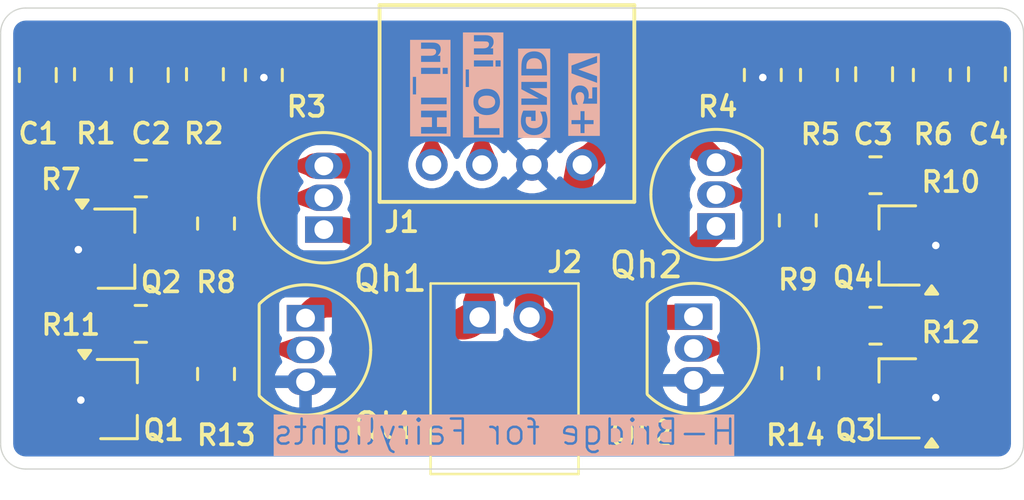
<source format=kicad_pcb>
(kicad_pcb (version 20241229) (generator "pcbnew") (generator_version "9.0")
  (layers (0 "F.Cu" signal) (2 "B.Cu" signal) (13 "F.Paste" user) (15 "B.Paste" user) (5 "F.SilkS" user "F.Silkscreen") (7 "B.SilkS" user "B.Silkscreen") (1 "F.Mask" user) (3 "B.Mask" user) (25 "Edge.Cuts" user))
  (net 0 "")
  (net 1 "/HI_IN")
  (net 2 "/LO_IN")
  (net 3 "/bQ2")
  (net 4 "/bQ4")
  (net 5 "GND")
  (net 6 "+5V")
  (net 7 "/bQ1")
  (net 8 "/bQ3")
  (net 9 "/O1")
  (net 10 "/O2")
  (net 11 "Net-(Q1-C)")
  (net 12 "Net-(Q2-C)")
  (net 13 "Net-(Q3-C)")
  (net 14 "Net-(Q4-C)")
  (net 15 "/H1b")
  (net 16 "/H2b")
  (net 17 "/L1b")
  (net 18 "/L2b")
  (footprint "Capacitor_SMD:C_0805_2012Metric_Pad1.18x1.45mm_HandSolder" (layer "F.Cu") (at 185.540725 91.502914 -90)
    (property "Reference" "C3" (at 2.397086 0.040725 180) (layer "F.SilkS") (effects (font (size 0.8 0.8))))
    (property "Value" "100p" (hide yes))
    (fp_line (start -0.261252 0.735) (end 0.261252 0.735) (stroke (width 0.12)) (layer "F.SilkS"))
    (fp_line (start -0.261252 -0.735) (end 0.261252 -0.735) (stroke (width 0.12)) (layer "F.SilkS"))
    (pad "1" smd roundrect (at -1.0375 0 270) (size 1.175 1.45) (layers "F.Cu" "F.Mask" "F.Paste") (roundrect_rratio 0.212766) (net 2 "/LO_IN"))
    (pad "2" smd roundrect (at 1.0375 0 270) (size 1.175 1.45) (layers "F.Cu" "F.Mask" "F.Paste") (roundrect_rratio 0.212766) (net 4 "/bQ4"))
  )
  (footprint "Package_TO_SOT_THT:TO-92_Inline" (layer "F.Cu") (at 179.235548 97.5725 90)
    (property "Reference" "Qh2" (at -1.5401 -2.785548 180) (layer "F.SilkS"))
    (property "Value" "BC327")
    (fp_line (start -0.53 1.85) (end 3.07 1.85) (stroke (width 0.12)) (layer "F.SilkS"))
    (fp_arc (start 1.27 -2.6) (mid 3.672087 -0.994977) (end 3.108478 1.838478) (stroke (width 0.12)) (layer "F.SilkS"))
    (fp_arc (start -0.568478 1.838478) (mid -1.132087 -0.994977) (end 1.27 -2.6) (stroke (width 0.12)) (layer "F.SilkS"))
    (pad "1" thru_hole rect (at 0 0 90) (size 1.05 1.5) (drill 0.75) (layers "*.Cu" "*.Mask") (net 10 "/O2"))
    (pad "2" thru_hole oval (at 1.27 0 90) (size 1.05 1.5) (drill 0.75) (layers "*.Cu" "*.Mask") (net 16 "/H2b"))
    (pad "3" thru_hole oval (at 2.54 0 90) (size 1.05 1.5) (drill 0.75) (layers "*.Cu" "*.Mask") (net 6 "+5V"))
  )
  (footprint "Resistor_SMD:R_0805_2012Metric_Pad1.20x1.40mm_HandSolder" (layer "F.Cu") (at 159.292127 103.46 90)
    (property "Reference" "R13" (at -2.44 0.407873 180) (layer "F.SilkS") (effects (font (size 0.8 0.8))))
    (property "Value" "1k" (hide yes))
    (fp_line (start -0.227064 -0.735) (end 0.227064 -0.735) (stroke (width 0.12)) (layer "F.SilkS"))
    (fp_line (start -0.227064 0.735) (end 0.227064 0.735) (stroke (width 0.12)) (layer "F.SilkS"))
    (pad "1" smd roundrect (at -1 0 90) (size 1.2 1.4) (layers "F.Cu" "F.Mask" "F.Paste") (roundrect_rratio 0.208333) (net 11 "Net-(Q1-C)"))
    (pad "2" smd roundrect (at 1 0 90) (size 1.2 1.4) (layers "F.Cu" "F.Mask" "F.Paste") (roundrect_rratio 0.208333) (net 17 "/L1b"))
  )
  (footprint "Resistor_SMD:R_0805_2012Metric_Pad1.20x1.40mm_HandSolder" (layer "F.Cu") (at 185.595548 101.5325)
    (property "Reference" "R12" (at 3.004452 0.2675 0) (layer "F.SilkS") (effects (font (size 0.8 0.8))))
    (property "Value" "1k" (hide yes))
    (fp_line (start -0.227064 -0.735) (end 0.227064 -0.735) (stroke (width 0.12)) (layer "F.SilkS"))
    (fp_line (start -0.227064 0.735) (end 0.227064 0.735) (stroke (width 0.12)) (layer "F.SilkS"))
    (pad "1" smd roundrect (at -1 0) (size 1.2 1.4) (layers "F.Cu" "F.Mask" "F.Paste") (roundrect_rratio 0.208333) (net 13 "Net-(Q3-C)"))
    (pad "2" smd roundrect (at 1 0) (size 1.2 1.4) (layers "F.Cu" "F.Mask" "F.Paste") (roundrect_rratio 0.208333) (net 6 "+5V"))
  )
  (footprint "Resistor_SMD:R_0805_2012Metric_Pad1.20x1.40mm_HandSolder" (layer "F.Cu") (at 156.292127 95.66 180)
    (property "Reference" "R7" (at 3.192127 -0.04 0) (layer "F.SilkS") (effects (font (size 0.8 0.8))))
    (property "Value" "1k" (hide yes))
    (fp_line (start -0.227064 0.735) (end 0.227064 0.735) (stroke (width 0.12)) (layer "F.SilkS"))
    (fp_line (start -0.227064 -0.735) (end 0.227064 -0.735) (stroke (width 0.12)) (layer "F.SilkS"))
    (pad "1" smd roundrect (at -1 0 180) (size 1.2 1.4) (layers "F.Cu" "F.Mask" "F.Paste") (roundrect_rratio 0.208333) (net 12 "Net-(Q2-C)"))
    (pad "2" smd roundrect (at 1 0 180) (size 1.2 1.4) (layers "F.Cu" "F.Mask" "F.Paste") (roundrect_rratio 0.208333) (net 6 "+5V"))
  )
  (footprint "Resistor_SMD:R_0805_2012Metric_Pad1.20x1.40mm_HandSolder" (layer "F.Cu") (at 156.292127 101.46 180)
    (property "Reference" "R11" (at 2.792127 -0.04 0) (layer "F.SilkS") (effects (font (size 0.8 0.8))))
    (property "Value" "1k" (hide yes))
    (fp_line (start -0.227064 0.735) (end 0.227064 0.735) (stroke (width 0.12)) (layer "F.SilkS"))
    (fp_line (start -0.227064 -0.735) (end 0.227064 -0.735) (stroke (width 0.12)) (layer "F.SilkS"))
    (pad "1" smd roundrect (at -1 0 180) (size 1.2 1.4) (layers "F.Cu" "F.Mask" "F.Paste") (roundrect_rratio 0.208333) (net 11 "Net-(Q1-C)"))
    (pad "2" smd roundrect (at 1 0 180) (size 1.2 1.4) (layers "F.Cu" "F.Mask" "F.Paste") (roundrect_rratio 0.208333) (net 6 "+5V"))
  )
  (footprint "Misc:DS2BPHKSLFSN" (layer "F.Cu") (at 169.8 101.2)
    (property "Reference" "J2" (at 3.4 -2.2 0) (layer "F.SilkS") (effects (font (size 0.8 0.8))))
    (property "Value" "S2B-PH-K-S_LF__SN_" (hide yes))
    (fp_line (start -1.95 -1.35) (end -1.95 6.25) (stroke (width 0.1)) (layer "F.SilkS"))
    (fp_line (start -1.95 6.25) (end 3.95 6.25) (stroke (width 0.1)) (layer "F.SilkS"))
    (fp_line (start 3.95 -1.35) (end -1.95 -1.35) (stroke (width 0.1)) (layer "F.SilkS"))
    (fp_line (start 3.95 6.25) (end 3.95 -1.35) (stroke (width 0.1)) (layer "F.SilkS"))
    (pad "1" thru_hole rect (at 0 0) (size 1.3 1.3) (drill 0.8) (layers "*.Cu" "*.Mask") (net 9 "/O1"))
    (pad "2" thru_hole circle (at 2 0) (size 1.3 1.3) (drill 0.8) (layers "*.Cu" "*.Mask") (net 10 "/O2"))
  )
  (footprint "Capacitor_SMD:C_0805_2012Metric_Pad1.18x1.45mm_HandSolder" (layer "F.Cu") (at 190.040725 91.502914 -90)
    (property "Reference" "C4" (at 2.397086 -0.059275 180) (layer "F.SilkS") (effects (font (size 0.8 0.8))))
    (property "Value" "100p" (hide yes))
    (fp_line (start -0.261252 0.735) (end 0.261252 0.735) (stroke (width 0.12)) (layer "F.SilkS"))
    (fp_line (start -0.261252 -0.735) (end 0.261252 -0.735) (stroke (width 0.12)) (layer "F.SilkS"))
    (pad "1" smd roundrect (at -1.0375 0 270) (size 1.175 1.45) (layers "F.Cu" "F.Mask" "F.Paste") (roundrect_rratio 0.212766) (net 2 "/LO_IN"))
    (pad "2" smd roundrect (at 1.0375 0 270) (size 1.175 1.45) (layers "F.Cu" "F.Mask" "F.Paste") (roundrect_rratio 0.212766) (net 8 "/bQ3"))
  )
  (footprint "Resistor_SMD:R_0805_2012Metric_Pad1.20x1.40mm_HandSolder" (layer "F.Cu") (at 158.848672 91.505598 -90)
    (property "Reference" "R2" (at 2.364402 0.048672 180) (layer "F.SilkS") (effects (font (size 0.8 0.8))))
    (property "Value" "2.2k" (hide yes))
    (fp_line (start -0.227064 0.735) (end 0.227064 0.735) (stroke (width 0.12)) (layer "F.SilkS"))
    (fp_line (start -0.227064 -0.735) (end 0.227064 -0.735) (stroke (width 0.12)) (layer "F.SilkS"))
    (pad "1" smd roundrect (at -1 0 270) (size 1.2 1.4) (layers "F.Cu" "F.Mask" "F.Paste") (roundrect_rratio 0.208333) (net 1 "/HI_IN"))
    (pad "2" smd roundrect (at 1 0 270) (size 1.2 1.4) (layers "F.Cu" "F.Mask" "F.Paste") (roundrect_rratio 0.208333) (net 3 "/bQ2"))
  )
  (footprint "Resistor_SMD:R_0805_2012Metric_Pad1.20x1.40mm_HandSolder" (layer "F.Cu") (at 182.595548 103.4325 -90)
    (property "Reference" "R14" (at 2.4675 0.195548 180) (layer "F.SilkS") (effects (font (size 0.8 0.8))))
    (property "Value" "1k" (hide yes))
    (fp_line (start -0.227064 0.735) (end 0.227064 0.735) (stroke (width 0.12)) (layer "F.SilkS"))
    (fp_line (start -0.227064 -0.735) (end 0.227064 -0.735) (stroke (width 0.12)) (layer "F.SilkS"))
    (pad "1" smd roundrect (at -1 0 270) (size 1.2 1.4) (layers "F.Cu" "F.Mask" "F.Paste") (roundrect_rratio 0.208333) (net 18 "/L2b"))
    (pad "2" smd roundrect (at 1 0 270) (size 1.2 1.4) (layers "F.Cu" "F.Mask" "F.Paste") (roundrect_rratio 0.208333) (net 13 "Net-(Q3-C)"))
  )
  (footprint "Package_TO_SOT_THT:TO-92_Inline" (layer "F.Cu") (at 163.592127 97.7 90)
    (property "Reference" "Qh1" (at -1.955166 2.64605 180) (layer "F.SilkS"))
    (property "Value" "BC327")
    (fp_line (start -0.53 1.85) (end 3.07 1.85) (stroke (width 0.12)) (layer "F.SilkS"))
    (fp_arc (start 1.27 -2.6) (mid 3.672087 -0.994977) (end 3.108478 1.838478) (stroke (width 0.12)) (layer "F.SilkS"))
    (fp_arc (start -0.568478 1.838478) (mid -1.132087 -0.994977) (end 1.27 -2.6) (stroke (width 0.12)) (layer "F.SilkS"))
    (pad "1" thru_hole rect (at 0 0 90) (size 1.05 1.5) (drill 0.75) (layers "*.Cu" "*.Mask") (net 9 "/O1"))
    (pad "2" thru_hole oval (at 1.27 0 90) (size 1.05 1.5) (drill 0.75) (layers "*.Cu" "*.Mask") (net 15 "/H1b"))
    (pad "3" thru_hole oval (at 2.54 0 90) (size 1.05 1.5) (drill 0.75) (layers "*.Cu" "*.Mask") (net 6 "+5V"))
  )
  (footprint "Resistor_SMD:R_0805_2012Metric_Pad1.20x1.40mm_HandSolder" (layer "F.Cu") (at 185.595548 95.5325)
    (property "Reference" "R10" (at 3.004452 0.2675 0) (layer "F.SilkS") (effects (font (size 0.8 0.8))))
    (property "Value" "1k" (hide yes))
    (fp_line (start -0.227064 -0.735) (end 0.227064 -0.735) (stroke (width 0.12)) (layer "F.SilkS"))
    (fp_line (start -0.227064 0.735) (end 0.227064 0.735) (stroke (width 0.12)) (layer "F.SilkS"))
    (pad "1" smd roundrect (at -1 0) (size 1.2 1.4) (layers "F.Cu" "F.Mask" "F.Paste") (roundrect_rratio 0.208333) (net 14 "Net-(Q4-C)"))
    (pad "2" smd roundrect (at 1 0) (size 1.2 1.4) (layers "F.Cu" "F.Mask" "F.Paste") (roundrect_rratio 0.208333) (net 6 "+5V"))
  )
  (footprint "Resistor_SMD:R_0805_2012Metric_Pad1.20x1.40mm_HandSolder" (layer "F.Cu") (at 183.340725 91.532914 -90)
    (property "Reference" "R5" (at 2.367086 -0.059275 180) (layer "F.SilkS") (effects (font (size 0.8 0.8))))
    (property "Value" "2.2k" (hide yes))
    (fp_line (start -0.227064 0.735) (end 0.227064 0.735) (stroke (width 0.12)) (layer "F.SilkS"))
    (fp_line (start -0.227064 -0.735) (end 0.227064 -0.735) (stroke (width 0.12)) (layer "F.SilkS"))
    (pad "1" smd roundrect (at -1 0 270) (size 1.2 1.4) (layers "F.Cu" "F.Mask" "F.Paste") (roundrect_rratio 0.208333) (net 2 "/LO_IN"))
    (pad "2" smd roundrect (at 1 0 270) (size 1.2 1.4) (layers "F.Cu" "F.Mask" "F.Paste") (roundrect_rratio 0.208333) (net 4 "/bQ4"))
  )
  (footprint "Resistor_SMD:R_0805_2012Metric_Pad1.20x1.40mm_HandSolder" (layer "F.Cu") (at 159.292127 97.46 90)
    (property "Reference" "R8" (at -2.34 0 180) (layer "F.SilkS") (effects (font (size 0.8 0.8))))
    (property "Value" "2k" (hide yes))
    (fp_line (start -0.227064 -0.735) (end 0.227064 -0.735) (stroke (width 0.12)) (layer "F.SilkS"))
    (fp_line (start -0.227064 0.735) (end 0.227064 0.735) (stroke (width 0.12)) (layer "F.SilkS"))
    (pad "1" smd roundrect (at -1 0 90) (size 1.2 1.4) (layers "F.Cu" "F.Mask" "F.Paste") (roundrect_rratio 0.208333) (net 12 "Net-(Q2-C)"))
    (pad "2" smd roundrect (at 1 0 90) (size 1.2 1.4) (layers "F.Cu" "F.Mask" "F.Paste") (roundrect_rratio 0.208333) (net 15 "/H1b"))
  )
  (footprint "Package_TO_SOT_SMD:SOT-23_Handsoldering" (layer "F.Cu") (at 155.292127 98.46)
    (property "Reference" "Q2" (at 1.807873 1.34 0) (layer "F.SilkS") (effects (font (size 0.8 0.8))))
    (property "Value" "MMBT3904" (hide yes))
    (fp_line (start -0.04 -1.58) (end -0.84 -1.58) (stroke (width 0.12)) (layer "F.SilkS"))
    (fp_line (start -0.04 -1.58) (end 0.76 -1.58) (stroke (width 0.12)) (layer "F.SilkS"))
    (fp_line (start 0.76 -1.58) (end 0.76 -0.65) (stroke (width 0.12)) (layer "F.SilkS"))
    (fp_line (start 0.76 1.58) (end -0.7 1.58) (stroke (width 0.12)) (layer "F.SilkS"))
    (fp_line (start 0.76 1.58) (end 0.76 0.65) (stroke (width 0.12)) (layer "F.SilkS"))
    (fp_poly (pts (xy -1.34 -1.61) (xy -1.58 -1.94) (xy -1.1 -1.94) (xy -1.34 -1.61)) (stroke (width 0.12)) (fill yes) (layer "F.SilkS"))
    (pad "1" smd roundrect (at -1.5 -0.95) (size 1.9 0.8) (layers "F.Cu" "F.Mask" "F.Paste") (net 3 "/bQ2"))
    (pad "2" smd roundrect (at -1.5 0.95) (size 1.9 0.8) (layers "F.Cu" "F.Mask" "F.Paste") (net 5 "GND"))
    (pad "3" smd roundrect (at 1.5 0) (size 1.9 0.8) (layers "F.Cu" "F.Mask" "F.Paste") (net 12 "Net-(Q2-C)"))
  )
  (footprint "Resistor_SMD:R_0805_2012Metric_Pad1.20x1.40mm_HandSolder" (layer "F.Cu") (at 181.1 91.532914 90)
    (property "Reference" "R4" (at -1.267086 -1.8 180) (layer "F.SilkS") (effects (font (size 0.8 0.8) (thickness 0.15) (bold yes))))
    (property "Value" "220k" (hide yes))
    (fp_line (start -0.227064 -0.735) (end 0.227064 -0.735) (stroke (width 0.12)) (layer "F.SilkS"))
    (fp_line (start -0.227064 0.735) (end 0.227064 0.735) (stroke (width 0.12)) (layer "F.SilkS"))
    (pad "1" smd roundrect (at -1 0 90) (size 1.2 1.4) (layers "F.Cu" "F.Mask" "F.Paste") (roundrect_rratio 0.208333) (net 5 "GND"))
    (pad "2" smd roundrect (at 1 0 90) (size 1.2 1.4) (layers "F.Cu" "F.Mask" "F.Paste") (roundrect_rratio 0.208333) (net 2 "/LO_IN"))
  )
  (footprint "Resistor_SMD:R_0805_2012Metric_Pad1.20x1.40mm_HandSolder" (layer "F.Cu") (at 187.840725 91.532914 -90)
    (property "Reference" "R6" (at 2.367086 -0.059275 180) (layer "F.SilkS") (effects (font (size 0.8 0.8))))
    (property "Value" "2.2k" (hide yes))
    (fp_line (start -0.227064 0.735) (end 0.227064 0.735) (stroke (width 0.12)) (layer "F.SilkS"))
    (fp_line (start -0.227064 -0.735) (end 0.227064 -0.735) (stroke (width 0.12)) (layer "F.SilkS"))
    (pad "1" smd roundrect (at -1 0 270) (size 1.2 1.4) (layers "F.Cu" "F.Mask" "F.Paste") (roundrect_rratio 0.208333) (net 2 "/LO_IN"))
    (pad "2" smd roundrect (at 1 0 270) (size 1.2 1.4) (layers "F.Cu" "F.Mask" "F.Paste") (roundrect_rratio 0.208333) (net 8 "/bQ3"))
  )
  (footprint "Capacitor_SMD:C_0805_2012Metric_Pad1.18x1.45mm_HandSolder" (layer "F.Cu") (at 156.648672 91.535598 -90)
    (property "Reference" "C2" (at 2.334402 -0.051328 180) (layer "F.SilkS") (effects (font (size 0.8 0.8))))
    (property "Value" "100p" (hide yes))
    (fp_line (start -0.261252 0.735) (end 0.261252 0.735) (stroke (width 0.12)) (layer "F.SilkS"))
    (fp_line (start -0.261252 -0.735) (end 0.261252 -0.735) (stroke (width 0.12)) (layer "F.SilkS"))
    (pad "1" smd roundrect (at -1.0375 0 270) (size 1.175 1.45) (layers "F.Cu" "F.Mask" "F.Paste") (roundrect_rratio 0.212766) (net 1 "/HI_IN"))
    (pad "2" smd roundrect (at 1.0375 0 270) (size 1.175 1.45) (layers "F.Cu" "F.Mask" "F.Paste") (roundrect_rratio 0.212766) (net 3 "/bQ2"))
  )
  (footprint "Package_TO_SOT_SMD:SOT-23_Handsoldering" (layer "F.Cu") (at 186.495548 104.4325 180)
    (property "Reference" "Q3" (at 1.695548 -1.2675 0) (layer "F.SilkS") (effects (font (size 0.8 0.8))))
    (property "Value" "MMBT3904" (hide yes))
    (fp_line (start 0.76 1.58) (end 0.76 0.65) (stroke (width 0.12)) (layer "F.SilkS"))
    (fp_line (start 0.76 1.58) (end -0.7 1.58) (stroke (width 0.12)) (layer "F.SilkS"))
    (fp_line (start 0.76 -1.58) (end 0.76 -0.65) (stroke (width 0.12)) (layer "F.SilkS"))
    (fp_line (start -0.04 -1.58) (end 0.76 -1.58) (stroke (width 0.12)) (layer "F.SilkS"))
    (fp_line (start -0.04 -1.58) (end -0.84 -1.58) (stroke (width 0.12)) (layer "F.SilkS"))
    (fp_poly (pts (xy -1.34 -1.61) (xy -1.58 -1.94) (xy -1.1 -1.94) (xy -1.34 -1.61)) (stroke (width 0.12)) (fill yes) (layer "F.SilkS"))
    (pad "1" smd roundrect (at -1.5 -0.95 180) (size 1.9 0.8) (layers "F.Cu" "F.Mask" "F.Paste") (net 8 "/bQ3"))
    (pad "2" smd roundrect (at -1.5 0.95 180) (size 1.9 0.8) (layers "F.Cu" "F.Mask" "F.Paste") (net 5 "GND"))
    (pad "3" smd roundrect (at 1.5 0 180) (size 1.9 0.8) (layers "F.Cu" "F.Mask" "F.Paste") (net 13 "Net-(Q3-C)"))
  )
  (footprint "Misc:CONN_S4B-PH-K-S_JST" (layer "F.Cu") (at 173.895099 95.1174 180)
    (property "Reference" "J1" (at 7.195099 -2.2826 0) (layer "F.SilkS") (effects (font (size 0.8 0.8))))
    (property "Value" "S4B-PH-K-S_LF__SN_" (hide yes))
    (fp_line (start 8.079999 6.3716) (end 8.079999 -1.477) (stroke (width 0.1524)) (layer "F.SilkS"))
    (fp_line (start 8.079999 -1.477) (end -2.080001 -1.477) (stroke (width 0.1524)) (layer "F.SilkS"))
    (fp_line (start -2.080001 6.3716) (end 8.079999 6.3716) (stroke (width 0.1524)) (layer "F.SilkS"))
    (fp_line (start -2.080001 -1.477) (end -2.080001 6.3716) (stroke (width 0.1524)) (layer "F.SilkS"))
    (pad "1" thru_hole circle (at 0 0 180) (size 1.27 1.27) (drill 0.762) (layers "*.Cu" "*.Mask") (net 6 "+5V"))
    (pad "2" thru_hole circle (at 1.999999 0 180) (size 1.27 1.27) (drill 0.762) (layers "*.Cu" "*.Mask") (net 5 "GND"))
    (pad "3" thru_hole circle (at 4 0 180) (size 1.27 1.27) (drill 0.762) (layers "*.Cu" "*.Mask") (net 2 "/LO_IN"))
    (pad "4" thru_hole circle (at 5.999998 0 180) (size 1.27 1.27) (drill 0.762) (layers "*.Cu" "*.Mask") (net 1 "/HI_IN"))
  )
  (footprint "Capacitor_SMD:C_0805_2012Metric_Pad1.18x1.45mm_HandSolder" (layer "F.Cu") (at 152.182422 91.535598 -90)
    (property "Reference" "C1" (at 2.334402 -0.017578 180) (layer "F.SilkS") (effects (font (size 0.8 0.8))))
    (property "Value" "100p" (hide yes))
    (fp_line (start -0.261252 0.735) (end 0.261252 0.735) (stroke (width 0.12)) (layer "F.SilkS"))
    (fp_line (start -0.261252 -0.735) (end 0.261252 -0.735) (stroke (width 0.12)) (layer "F.SilkS"))
    (pad "1" smd roundrect (at -1.0375 0 270) (size 1.175 1.45) (layers "F.Cu" "F.Mask" "F.Paste") (roundrect_rratio 0.212766) (net 1 "/HI_IN"))
    (pad "2" smd roundrect (at 1.0375 0 270) (size 1.175 1.45) (layers "F.Cu" "F.Mask" "F.Paste") (roundrect_rratio 0.212766) (net 7 "/bQ1"))
  )
  (footprint "Package_TO_SOT_THT:TO-92_Inline" (layer "F.Cu") (at 178.335548 101.1725 -90)
    (property "Reference" "Ql2" (at 4.6901 2.076024 0) (layer "F.SilkS"))
    (property "Value" "BC337")
    (fp_line (start -0.53 1.85) (end 3.07 1.85) (stroke (width 0.12)) (layer "F.SilkS"))
    (fp_arc (start -0.568478 1.838478) (mid -1.132087 -0.994977) (end 1.27 -2.6) (stroke (width 0.12)) (layer "F.SilkS"))
    (fp_arc (start 1.27 -2.6) (mid 3.672087 -0.994977) (end 3.108478 1.838478) (stroke (width 0.12)) (layer "F.SilkS"))
    (pad "1" thru_hole rect (at 0 0 270) (size 1.05 1.5) (drill 0.75) (layers "*.Cu" "*.Mask") (net 10 "/O2"))
    (pad "2" thru_hole oval (at 1.27 0 270) (size 1.05 1.5) (drill 0.75) (layers "*.Cu" "*.Mask") (net 18 "/L2b"))
    (pad "3" thru_hole oval (at 2.54 0 270) (size 1.05 1.5) (drill 0.75) (layers "*.Cu" "*.Mask") (net 5 "GND"))
  )
  (footprint "Package_TO_SOT_THT:TO-92_Inline" (layer "F.Cu") (at 162.862127 101.23 -90)
    (property "Reference" "Ql1" (at 4.292566 -3.185574 0) (layer "F.SilkS"))
    (property "Value" "BC337")
    (fp_line (start -0.53 1.85) (end 3.07 1.85) (stroke (width 0.12)) (layer "F.SilkS"))
    (fp_arc (start -0.568478 1.838478) (mid -1.132087 -0.994977) (end 1.27 -2.6) (stroke (width 0.12)) (layer "F.SilkS"))
    (fp_arc (start 1.27 -2.6) (mid 3.672087 -0.994977) (end 3.108478 1.838478) (stroke (width 0.12)) (layer "F.SilkS"))
    (pad "1" thru_hole rect (at 0 0 270) (size 1.05 1.5) (drill 0.75) (layers "*.Cu" "*.Mask") (net 9 "/O1"))
    (pad "2" thru_hole oval (at 1.27 0 270) (size 1.05 1.5) (drill 0.75) (layers "*.Cu" "*.Mask") (net 17 "/L1b"))
    (pad "3" thru_hole oval (at 2.54 0 270) (size 1.05 1.5) (drill 0.75) (layers "*.Cu" "*.Mask") (net 5 "GND"))
  )
  (footprint "Resistor_SMD:R_0805_2012Metric_Pad1.20x1.40mm_HandSolder" (layer "F.Cu") (at 154.382422 91.505598 -90)
    (property "Reference" "R1" (at 2.364402 -0.117578 180) (layer "F.SilkS") (effects (font (size 0.8 0.8))))
    (property "Value" "2.2k" (hide yes))
    (fp_line (start -0.227064 0.735) (end 0.227064 0.735) (stroke (width 0.12)) (layer "F.SilkS"))
    (fp_line (start -0.227064 -0.735) (end 0.227064 -0.735) (stroke (width 0.12)) (layer "F.SilkS"))
    (pad "1" smd roundrect (at -1 0 270) (size 1.2 1.4) (layers "F.Cu" "F.Mask" "F.Paste") (roundrect_rratio 0.208333) (net 1 "/HI_IN"))
    (pad "2" smd roundrect (at 1 0 270) (size 1.2 1.4) (layers "F.Cu" "F.Mask" "F.Paste") (roundrect_rratio 0.208333) (net 7 "/bQ1"))
  )
  (footprint "Package_TO_SOT_SMD:SOT-23_Handsoldering" (layer "F.Cu") (at 186.495548 98.3325 180)
    (property "Reference" "Q4" (at 1.795548 -1.2675 0) (layer "F.SilkS") (effects (font (size 0.8 0.8))))
    (property "Value" "MMBT3904" (hide yes))
    (fp_line (start 0.76 1.58) (end 0.76 0.65) (stroke (width 0.12)) (layer "F.SilkS"))
    (fp_line (start 0.76 1.58) (end -0.7 1.58) (stroke (width 0.12)) (layer "F.SilkS"))
    (fp_line (start 0.76 -1.58) (end 0.76 -0.65) (stroke (width 0.12)) (layer "F.SilkS"))
    (fp_line (start -0.04 -1.58) (end 0.76 -1.58) (stroke (width 0.12)) (layer "F.SilkS"))
    (fp_line (start -0.04 -1.58) (end -0.84 -1.58) (stroke (width 0.12)) (layer "F.SilkS"))
    (fp_poly (pts (xy -1.34 -1.61) (xy -1.58 -1.94) (xy -1.1 -1.94) (xy -1.34 -1.61)) (stroke (width 0.12)) (fill yes) (layer "F.SilkS"))
    (pad "1" smd roundrect (at -1.5 -0.95 180) (size 1.9 0.8) (layers "F.Cu" "F.Mask" "F.Paste") (net 4 "/bQ4"))
    (pad "2" smd roundrect (at -1.5 0.95 180) (size 1.9 0.8) (layers "F.Cu" "F.Mask" "F.Paste") (net 5 "GND"))
    (pad "3" smd roundrect (at 1.5 0 180) (size 1.9 0.8) (layers "F.Cu" "F.Mask" "F.Paste") (net 14 "Net-(Q4-C)"))
  )
  (footprint "Package_TO_SOT_SMD:SOT-23_Handsoldering" (layer "F.Cu") (at 155.392127 104.46)
    (property "Reference" "Q1" (at 1.807873 1.24 0) (layer "F.SilkS") (effects (font (size 0.8 0.8))))
    (property "Value" "MMBT3904" (hide yes))
    (fp_line (start -0.04 -1.58) (end -0.84 -1.58) (stroke (width 0.12)) (layer "F.SilkS"))
    (fp_line (start -0.04 -1.58) (end 0.76 -1.58) (stroke (width 0.12)) (layer "F.SilkS"))
    (fp_line (start 0.76 -1.58) (end 0.76 -0.65) (stroke (width 0.12)) (layer "F.SilkS"))
    (fp_line (start 0.76 1.58) (end -0.7 1.58) (stroke (width 0.12)) (layer "F.SilkS"))
    (fp_line (start 0.76 1.58) (end 0.76 0.65) (stroke (width 0.12)) (layer "F.SilkS"))
    (fp_poly (pts (xy -1.34 -1.61) (xy -1.58 -1.94) (xy -1.1 -1.94) (xy -1.34 -1.61)) (stroke (width 0.12)) (fill yes) (layer "F.SilkS"))
    (pad "1" smd roundrect (at -1.5 -0.95) (size 1.9 0.8) (layers "F.Cu" "F.Mask" "F.Paste") (net 7 "/bQ1"))
    (pad "2" smd roundrect (at -1.5 0.95) (size 1.9 0.8) (layers "F.Cu" "F.Mask" "F.Paste") (net 5 "GND"))
    (pad "3" smd roundrect (at 1.5 0) (size 1.9 0.8) (layers "F.Cu" "F.Mask" "F.Paste") (net 11 "Net-(Q1-C)"))
  )
  (footprint "Resistor_SMD:R_0805_2012Metric_Pad1.20x1.40mm_HandSolder" (layer "F.Cu") (at 161.2 91.535598 90)
    (property "Reference" "R3" (at -1.264402 1.7 180) (layer "F.SilkS") (effects (font (size 0.8 0.8) (thickness 0.15) (bold yes))))
    (property "Value" "220k" (hide yes))
    (fp_line (start -0.227064 -0.735) (end 0.227064 -0.735) (stroke (width 0.12)) (layer "F.SilkS"))
    (fp_line (start -0.227064 0.735) (end 0.227064 0.735) (stroke (width 0.12)) (layer "F.SilkS"))
    (pad "1" smd roundrect (at -1 0 90) (size 1.2 1.4) (layers "F.Cu" "F.Mask" "F.Paste") (roundrect_rratio 0.208333) (net 5 "GND"))
    (pad "2" smd roundrect (at 1 0 90) (size 1.2 1.4) (layers "F.Cu" "F.Mask" "F.Paste") (roundrect_rratio 0.208333) (net 1 "/HI_IN"))
  )
  (footprint "Resistor_SMD:R_0805_2012Metric_Pad1.20x1.40mm_HandSolder" (layer "F.Cu") (at 182.495548 97.3325 -90)
    (property "Reference" "R9" (at 2.3675 -0.004452 180) (layer "F.SilkS") (effects (font (size 0.8 0.8))))
    (property "Value" "2k" (hide yes))
    (fp_line (start -0.227064 0.735) (end 0.227064 0.735) (stroke (width 0.12)) (layer "F.SilkS"))
    (fp_line (start -0.227064 -0.735) (end 0.227064 -0.735) (stroke (width 0.12)) (layer "F.SilkS"))
    (pad "1" smd roundrect (at -1 0 270) (size 1.2 1.4) (layers "F.Cu" "F.Mask" "F.Paste") (roundrect_rratio 0.208333) (net 16 "/H2b"))
    (pad "2" smd roundrect (at 1 0 270) (size 1.2 1.4) (layers "F.Cu" "F.Mask" "F.Paste") (roundrect_rratio 0.208333) (net 14 "Net-(Q4-C)"))
  )
  (gr_line (start 190.5 107.25) (end 151.7 107.25) (stroke (width 0.05)) (layer "Edge.Cuts"))
  (gr_line (start 151.7 88.8626) (end 190.5 88.8626) (stroke (width 0.05)) (layer "Edge.Cuts"))
  (gr_arc (start 190.5 88.8626) (mid 191.207107 89.155493) (end 191.5 89.8626) (stroke (width 0.05)) (layer "Edge.Cuts"))
  (gr_arc (start 150.7 89.8626) (mid 150.992893 89.155493) (end 151.7 88.8626) (stroke (width 0.05)) (layer "Edge.Cuts"))
  (gr_arc (start 151.7 107.25) (mid 150.992893 106.957107) (end 150.7 106.25) (stroke (width 0.05)) (layer "Edge.Cuts"))
  (gr_line (start 150.7 106.25) (end 150.7 89.8626) (stroke (width 0.05)) (layer "Edge.Cuts"))
  (gr_arc (start 191.5 106.25) (mid 191.207107 106.957107) (end 190.5 107.25) (stroke (width 0.05)) (layer "Edge.Cuts"))
  (gr_line (start 191.5 89.8626) (end 191.5 106.25) (stroke (width 0.05)) (layer "Edge.Cuts"))
  (gr_text "GND" (at 171.3 94 270) (layer "B.SilkS" knockout) (effects (font (size 1 1) (thickness 0.2) (bold yes)) (justify left bottom mirror)))
  (gr_text "HI_in" (at 167.3 94 270) (layer "B.SilkS" knockout) (effects (font (size 1 1) (thickness 0.2) (bold yes)) (justify left bottom mirror)))
  (gr_text "H-Bridge for Fairylights" (at 170.8 106.3626 0) (layer "B.SilkS" knockout) (effects (font (size 1 1) (thickness 0.1)) (justify bottom mirror)))
  (gr_text "+5V" (at 173.3 94 270) (layer "B.SilkS" knockout) (effects (font (size 1 1) (thickness 0.2) (bold yes)) (justify left bottom mirror)))
  (gr_text "LO_in" (at 169.408158 94.045127 270) (layer "B.SilkS" knockout) (effects (font (size 1 1) (thickness 0.2) (bold yes)) (justify left bottom mirror)))
  (segment (start 156.696401 90.535598) (end 158.733442 90.535598) (width 0.3) (layer "F.Cu") (net 1))
  (segment (start 167.895101 94.00625) (end 167.895101 95.1174) (width 0.3) (layer "F.Cu") (net 1))
  (segment (start 166.715349 91.715349) (end 167.109399 92.109399) (width 0.3) (layer "F.Cu") (net 1))
  (segment (start 161.247729 90.535598) (end 163.867177 90.535598) (width 0.3) (layer "F.Cu") (net 1))
  (segment (start 158.896401 90.468098) (end 161.08477 90.468098) (width 0.3) (layer "F.Cu") (net 1))
  (segment (start 154.267192 90.535598) (end 152.182422 90.535598) (width 0.3) (layer "F.Cu") (net 1))
  (segment (start 154.430151 90.468098) (end 156.533442 90.468098) (width 0.3) (layer "F.Cu") (net 1))
  (segment (start 158.882422 90.434348) (end 159.15677 90.16) (width 0.3) (layer "F.Cu") (net 1))
  (segment (start 158.814922 90.501848) (end 158.882422 90.434348) (width 0.3) (layer "F.Cu") (net 1))
  (arc (start 154.267192 90.535598) (mid 154.311288 90.526826) (end 154.348672 90.501848) (width 0.3) (layer "F.Cu") (net 1))
  (arc (start 161.16625 90.501848) (mid 161.203633 90.526826) (end 161.247729 90.535598) (width 0.3) (layer "F.Cu") (net 1))
  (arc (start 158.814922 90.501848) (mid 158.852305 90.476869) (end 158.896401 90.468098) (width 0.3) (layer "F.Cu") (net 1))
  (arc (start 167.109399 92.109399) (mid 167.690903 92.979681) (end 167.895101 94.00625) (width 0.3) (layer "F.Cu") (net 1))
  (arc (start 156.533442 90.468098) (mid 156.577538 90.476869) (end 156.614922 90.501848) (width 0.3) (layer "F.Cu") (net 1))
  (arc (start 166.715349 91.715349) (mid 165.408596 90.842205) (end 163.867177 90.535598) (width 0.3) (layer "F.Cu") (net 1))
  (arc (start 158.814922 90.501848) (mid 158.777538 90.526826) (end 158.733442 90.535598) (width 0.3) (layer "F.Cu") (net 1))
  (arc (start 161.08477 90.468098) (mid 161.128866 90.476869) (end 161.16625 90.501848) (width 0.3) (layer "F.Cu") (net 1))
  (arc (start 158.896401 90.468098) (mid 158.878136 90.455893) (end 158.882422 90.434348) (width 0.3) (layer "F.Cu") (net 1))
  (arc (start 156.696401 90.535598) (mid 156.652305 90.526826) (end 156.614922 90.501848) (width 0.3) (layer "F.Cu") (net 1))
  (arc (start 154.430151 90.468098) (mid 154.386055 90.476869) (end 154.348672 90.501848) (width 0.3) (layer "F.Cu") (net 1))
  (segment (start 187.955954 90.465414) (end 190.040725 90.465414) (width 0.3) (layer "F.Cu") (net 2))
  (segment (start 181.1 90.532914) (end 173.602912 90.532914) (width 0.3) (layer "F.Cu") (net 2))
  (segment (start 170.981092 91.618907) (end 170.748045 91.851953) (width 0.3) (layer "F.Cu") (net 2))
  (segment (start 183.455954 90.465414) (end 185.492995 90.465414) (width 0.3) (layer "F.Cu") (net 2))
  (segment (start 183.292995 90.532914) (end 181.1 90.532914) (width 0.3) (layer "F.Cu") (net 2))
  (segment (start 169.895099 93.91115) (end 169.895099 95.1174) (width 0.3) (layer "F.Cu") (net 2))
  (segment (start 185.655954 90.532914) (end 187.792995 90.532914) (width 0.3) (layer "F.Cu") (net 2))
  (arc (start 183.374475 90.499164) (mid 183.337091 90.524142) (end 183.292995 90.532914) (width 0.3) (layer "F.Cu") (net 2))
  (arc (start 185.574475 90.499164) (mid 185.611858 90.524142) (end 185.655954 90.532914) (width 0.3) (layer "F.Cu") (net 2))
  (arc (start 170.981092 91.618907) (mid 172.183993 90.815154) (end 173.602912 90.532914) (width 0.3) (layer "F.Cu") (net 2))
  (arc (start 187.874475 90.499164) (mid 187.911858 90.474185) (end 187.955954 90.465414) (width 0.3) (layer "F.Cu") (net 2))
  (arc (start 185.574475 90.499164) (mid 185.537091 90.474185) (end 185.492995 90.465414) (width 0.3) (layer "F.Cu") (net 2))
  (arc (start 169.895099 93.91115) (mid 170.116772 92.79672) (end 170.748045 91.851953) (width 0.3) (layer "F.Cu") (net 2))
  (arc (start 183.374475 90.499164) (mid 183.411858 90.474185) (end 183.455954 90.465414) (width 0.3) (layer "F.Cu") (net 2))
  (arc (start 187.874475 90.499164) (mid 187.837091 90.524142) (end 187.792995 90.532914) (width 0.3) (layer "F.Cu") (net 2))
  (segment (start 158.835868 92.535598) (end 157.785752 92.535598) (width 0.3) (layer "F.Cu") (net 3))
  (segment (start 156.841887 92.535598) (end 156.837444 92.535598) (width 0.3) (layer "F.Cu") (net 3))
  (segment (start 156.59759 92.535598) (end 156.593148 92.535598) (width 0.3) (layer "F.Cu") (net 3))
  (segment (start 153.792127 96.308936) (end 153.792127 97.51) (width 0.3) (layer "F.Cu") (net 3))
  (segment (start 156.870758 92.535598) (end 156.852992 92.535598) (width 0.3) (layer "F.Cu") (net 3))
  (segment (start 156.801911 92.535598) (end 156.779703 92.535598) (width 0.3) (layer "F.Cu") (net 3))
  (segment (start 156.513198 92.535598) (end 156.508757 92.535598) (width 0.3) (layer "F.Cu") (net 3))
  (segment (start 157.030658 92.535598) (end 156.995124 92.535598) (width 0.3) (layer "F.Cu") (net 3))
  (segment (start 154.641407 94.258592) (end 156.263897 92.636102) (width 0.3) (layer "F.Cu") (net 3))
  (segment (start 156.888524 92.535598) (end 156.870758 92.535598) (width 0.3) (layer "F.Cu") (net 3))
  (segment (start 156.90629 92.535598) (end 156.888524 92.535598) (width 0.3) (layer "F.Cu") (net 3))
  (segment (start 157.312709 92.535598) (end 157.219433 92.535598) (width 0.3) (layer "F.Cu") (net 3))
  (segment (start 157.405985 92.535598) (end 157.312709 92.535598) (width 0.3) (layer "F.Cu") (net 3))
  (segment (start 158.844922 92.539348) (end 158.848672 92.543098) (width 0.3) (layer "F.Cu") (net 3))
  (segment (start 156.924057 92.535598) (end 156.90629 92.535598) (width 0.3) (layer "F.Cu") (net 3))
  (segment (start 157.785752 92.535598) (end 157.501482 92.535598) (width 0.3) (layer "F.Cu") (net 3))
  (segment (start 156.506537 92.535598) (end 156.508757 92.535598) (width 0.3) (layer "F.Cu") (net 3))
  (segment (start 156.522082 92.535598) (end 156.51764 92.535598) (width 0.3) (layer "F.Cu") (net 3))
  (segment (start 157.405985 92.535598) (end 157.501482 92.535598) (width 0.3) (layer "F.Cu") (net 3))
  (segment (start 156.615357 92.535598) (end 156.602032 92.535598) (width 0.3) (layer "F.Cu") (net 3))
  (segment (start 156.755273 92.535598) (end 156.779703 92.535598) (width 0.3) (layer "F.Cu") (net 3))
  (segment (start 156.550952 92.535598) (end 156.533186 92.535598) (width 0.3) (layer "F.Cu") (net 3))
  (segment (start 156.755273 92.535598) (end 156.684205 92.535598) (width 0.3) (layer "F.Cu") (net 3))
  (segment (start 157.170574 92.535598) (end 157.219433 92.535598) (width 0.3) (layer "F.Cu") (net 3))
  (segment (start 156.602032 92.535598) (end 156.59759 92.535598) (width 0.3) (layer "F.Cu") (net 3))
  (segment (start 156.659775 92.535598) (end 156.637566 92.535598) (width 0.3) (layer "F.Cu") (net 3))
  (segment (start 156.924057 92.535598) (end 156.95959 92.535598) (width 0.3) (layer "F.Cu") (net 3))
  (segment (start 156.84633 92.535598) (end 156.852992 92.535598) (width 0.3) (layer "F.Cu") (net 3))
  (segment (start 156.637566 92.535598) (end 156.615357 92.535598) (width 0.3) (layer "F.Cu") (net 3))
  (segment (start 156.995124 92.535598) (end 156.977357 92.535598) (width 0.3) (layer "F.Cu") (net 3))
  (segment (start 156.526524 92.535598) (end 156.522082 92.535598) (width 0.3) (layer "F.Cu") (net 3))
  (segment (start 156.837444 92.535598) (end 156.824119 92.535598) (width 0.3) (layer "F.Cu") (net 3))
  (segment (start 156.684205 92.535598) (end 156.659775 92.535598) (width 0.3) (layer "F.Cu") (net 3))
  (segment (start 156.84633 92.535598) (end 156.841887 92.535598) (width 0.3) (layer "F.Cu") (net 3))
  (segment (start 156.824119 92.535598) (end 156.801911 92.535598) (width 0.3) (layer "F.Cu") (net 3))
  (segment (start 157.166132 92.535598) (end 157.16169 92.535598) (width 0.3) (layer "F.Cu") (net 3))
  (segment (start 157.119493 92.535598) (end 157.030658 92.535598) (width 0.3) (layer "F.Cu") (net 3))
  (segment (start 156.977357 92.535598) (end 156.95959 92.535598) (width 0.3) (layer "F.Cu") (net 3))
  (segment (start 157.170574 92.535598) (end 157.166132 92.535598) (width 0.3) (layer "F.Cu") (net 3))
  (segment (start 156.526524 92.535598) (end 156.533186 92.535598) (width 0.3) (layer "F.Cu") (net 3))
  (segment (start 156.513198 92.535598) (end 156.51764 92.535598) (width 0.3) (layer "F.Cu") (net 3))
  (segment (start 157.119493 92.535598) (end 157.16169 92.535598) (width 0.3) (layer "F.Cu") (net 3))
  (segment (start 156.593148 92.535598) (end 156.586485 92.535598) (width 0.3) (layer "F.Cu") (net 3))
  (segment (start 156.568718 92.535598) (end 156.550952 92.535598) (width 0.3) (layer "F.Cu") (net 3))
  (segment (start 156.586485 92.535598) (end 156.568718 92.535598) (width 0.3) (layer "F.Cu") (net 3))
  (arc (start 156.506537 92.535598) (mid 156.375221 92.561718) (end 156.263897 92.636102) (width 0.3) (layer "F.Cu") (net 3))
  (arc (start 158.835868 92.535598) (mid 158.840768 92.536572) (end 158.844922 92.539348) (width 0.3) (layer "F.Cu") (net 3))
  (arc (start 153.792127 96.308936) (mid 154.012847 95.199298) (end 154.641407 94.258592) (width 0.3) (layer "F.Cu") (net 3))
  (segment (start 187.881524 94) (end 188.00367 94) (width 0.3) (layer "F.Cu") (net 4))
  (segment (start 185.527921 92.532914) (end 183.340725 92.532914) (width 0.3) (layer "F.Cu") (net 4))
  (segment (start 188.99806 99.2825) (end 187.995548 99.2825) (width 0.3) (layer "F.Cu") (net 4))
  (segment (start 185.546028 92.540414) (end 185.590569 92.540414) (width 0.3) (layer "F.Cu") (net 4))
  (segment (start 185.675659 92.575659) (end 186.547379 93.447379) (width 0.3) (layer "F.Cu") (net 4))
  (segment (start 189.595548 98.685012) (end 189.595548 95.591877) (width 0.3) (layer "F.Cu") (net 4))
  (arc (start 185.675659 92.575659) (mid 185.636619 92.549573) (end 185.590569 92.540414) (width 0.3) (layer "F.Cu") (net 4))
  (arc (start 187.881524 94) (mid 187.159489 93.856378) (end 186.547379 93.447379) (width 0.3) (layer "F.Cu") (net 4))
  (arc (start 189.595548 98.685012) (mid 189.550066 98.91366) (end 189.420548 99.1075) (width 0.3) (layer "F.Cu") (net 4))
  (arc (start 185.527921 92.532914) (mid 185.532821 92.533888) (end 185.536975 92.536664) (width 0.3) (layer "F.Cu") (net 4))
  (arc (start 188.99806 99.2825) (mid 189.226708 99.237018) (end 189.420548 99.1075) (width 0.3) (layer "F.Cu") (net 4))
  (arc (start 185.546028 92.540414) (mid 185.541128 92.539439) (end 185.536975 92.536664) (width 0.3) (layer "F.Cu") (net 4))
  (arc (start 189.595548 95.591877) (mid 189.474373 94.982692) (end 189.129298 94.46625) (width 0.3) (layer "F.Cu") (net 4))
  (arc (start 188.00367 94) (mid 188.612855 94.121174) (end 189.129298 94.46625) (width 0.3) (layer "F.Cu") (net 4))
  (segment (start 153.792127 98.51344) (end 153.792127 99.41) (width 0.3) (layer "F.Cu") (net 5))
  (segment (start 161.2 91.635598) (end 161.2 92.535598) (width 0.2) (layer "F.Cu") (net 5))
  (segment (start 153.892127 104.51344) (end 153.892127 105.41) (width 0.3) (layer "F.Cu") (net 5))
  (segment (start 188 104.4) (end 187.997774 104.397774) (width 0.3) (layer "F.Cu") (net 5))
  (segment (start 153.796063 98.503936) (end 153.8 98.5) (width 0.3) (layer "F.Cu") (net 5))
  (segment (start 181.1 91.632914) (end 181.1 92.532914) (width 0.2) (layer "F.Cu") (net 5))
  (segment (start 153.9 104.5) (end 153.896063 104.503936) (width 0.3) (layer "F.Cu") (net 5))
  (segment (start 187.995548 98.324899) (end 187.995548 97.3825) (width 0.3) (layer "F.Cu") (net 5))
  (segment (start 187.997774 98.330274) (end 188 98.3325) (width 0.3) (layer "F.Cu") (net 5))
  (segment (start 187.995548 104.392399) (end 187.995548 103.4825) (width 0.3) (layer "F.Cu") (net 5))
  (via (at 188 98.3325) (size 0.6) (drill 0.3) (layers "F.Cu" "B.Cu") (net 5))
  (via (at 161.2 91.635598) (size 0.6) (drill 0.3) (layers "F.Cu" "B.Cu") (net 5))
  (via (at 153.9 104.5) (size 0.6) (drill 0.3) (layers "F.Cu" "B.Cu") (net 5))
  (via (at 188 104.4) (size 0.6) (drill 0.3) (layers "F.Cu" "B.Cu") (net 5))
  (via (at 153.8 98.5) (size 0.6) (drill 0.3) (layers "F.Cu" "B.Cu") (net 5))
  (via (at 181.1 91.632914) (size 0.6) (drill 0.3) (layers "F.Cu" "B.Cu") (net 5))
  (arc (start 153.796063 98.503936) (mid 153.793149 98.508296) (end 153.792127 98.51344) (width 0.3) (layer "F.Cu") (net 5))
  (arc (start 153.892127 104.51344) (mid 153.893149 104.508296) (end 153.896063 104.503936) (width 0.3) (layer "F.Cu") (net 5))
  (arc (start 187.997774 98.330274) (mid 187.996126 98.327808) (end 187.995548 98.324899) (width 0.3) (layer "F.Cu") (net 5))
  (arc (start 187.995548 104.392399) (mid 187.996126 104.395308) (end 187.997774 104.397774) (width 0.3) (layer "F.Cu") (net 5))
  (segment (start 155.292127 95.057306) (end 155.292127 95.086235) (width 0.3) (layer "F.Cu") (net 6))
  (segment (start 163.984095 95.16) (end 163.934095 95.16) (width 1) (layer "F.Cu") (net 6))
  (segment (start 164.193639 95.16) (end 164.141518 95.16) (width 1) (layer "F.Cu") (net 6))
  (segment (start 181.778833 95.0325) (end 179.235548 95.0325) (width 0.3) (layer "F.Cu") (net 6))
  (segment (start 163.512885 95.16) (end 163.354401 95.16) (width 1) (layer "F.Cu") (net 6))
  (segment (start 186.334996 94.534996) (end 186.297774 94.497774) (width 0.3) (layer "F.Cu") (net 6))
  (segment (start 183.788666 94.2) (end 185.578883 94.2) (width 0.3) (layer "F.Cu") (net 6))
  (segment (start 186.595548 95.164024) (end 186.595548 95.5325) (width 0.3) (layer "F.Cu") (net 6))
  (segment (start 186.595548 95.5325) (end 186.595548 101.5325) (width 0.3) (layer "F.Cu") (net 6))
  (segment (start 155.292127 95.1007) (end 155.292127 95.158558) (width 0.3) (layer "F.Cu") (net 6))
  (segment (start 163.671369 95.16) (end 163.512885 95.16) (width 1) (layer "F.Cu") (net 6))
  (segment (start 157.826441 94.36) (end 155.974969 94.36) (width 0.3) (layer "F.Cu") (net 6))
  (segment (start 173.65203 96.047969) (end 173.247549 96.45245) (width 1) (layer "F.Cu") (net 6))
  (segment (start 163.829853 95.16) (end 163.671369 95.16) (width 1) (layer "F.Cu") (net 6))
  (segment (start 164.24576 95.16) (end 164.193639 95.16) (width 1) (layer "F.Cu") (net 6))
  (segment (start 159.757812 95.16) (end 163.512885 95.16) (width 0.3) (layer "F.Cu") (net 6))
  (segment (start 179.052423 94.849375) (end 178.869298 94.66625) (width 1) (layer "F.Cu") (net 6))
  (segment (start 163.984095 95.16) (end 164.141518 95.16) (width 1) (layer "F.Cu") (net 6))
  (segment (start 163.934095 95.16) (end 163.884095 95.16) (width 1) (layer "F.Cu") (net 6))
  (segment (start 175.290488 94.3) (end 177.985092 94.3) (width 1) (layer "F.Cu") (net 6))
  (segment (start 155.292127 95.1007) (end 155.292127 95.086235) (width 0.3) (layer "F.Cu") (net 6))
  (segment (start 168.471787 97.1) (end 171.684226 97.1) (width 1) (layer "F.Cu") (net 6))
  (segment (start 163.354401 95.16) (end 163.225159 95.16) (width 1) (layer "F.Cu") (net 6))
  (segment (start 163.884095 95.16) (end 163.829853 95.16) (width 1) (layer "F.Cu") (net 6))
  (segment (start 164.350002 95.16) (end 164.376063 95.16) (width 1) (layer "F.Cu") (net 6))
  (segment (start 155.292127 95.042842) (end 155.292127 95.057306) (width 0.3) (layer "F.Cu") (net 6))
  (segment (start 166.13 96.13) (end 165.714326 95.714326) (width 1) (layer "F.Cu") (net 6))
  (segment (start 164.297881 95.16) (end 164.24576 95.16) (width 1) (layer "F.Cu") (net 6))
  (segment (start 174.016632 94.995866) (end 174.303799 94.7087) (width 1) (layer "F.Cu") (net 6))
  (segment (start 155.292127 95.158558) (end 155.292127 101.46) (width 0.3) (layer "F.Cu") (net 6))
  (segment (start 164.350002 95.16) (end 164.297881 95.16) (width 1) (layer "F.Cu") (net 6))
  (segment (start 173.895099 95.46115) (end 173.895099 95.289275) (width 1) (layer "F.Cu") (net 6))
  (segment (start 163.512885 95.16) (end 163.671369 95.16) (width 0.3) (layer "F.Cu") (net 6))
  (arc (start 155.492127 94.56) (mid 155.344105 94.781529) (end 155.292127 95.042842) (width 0.3) (layer "F.Cu") (net 6))
  (arc (start 155.492127 94.56) (mid 155.713656 94.411978) (end 155.974969 94.36) (width 0.3) (layer "F.Cu") (net 6))
  (arc (start 174.303799 94.7087) (mid 174.756495 94.406217) (end 175.290488 94.3) (width 1) (layer "F.Cu") (net 6))
  (arc (start 183.788666 94.2) (mid 183.244809 94.308179) (end 182.78375 94.61625) (width 0.3) (layer "F.Cu") (net 6))
  (arc (start 186.334996 94.534996) (mid 186.527832 94.823596) (end 186.595548 95.164024) (width 0.3) (layer "F.Cu") (net 6))
  (arc (start 163.512885 95.16) (mid 163.512885 95.16) (end 163.512885 95.16) (width 1) (layer "F.Cu") (net 6))
  (arc (start 173.247549 96.45245) (mid 172.53029 96.931707) (end 171.684226 97.1) (width 1) (layer "F.Cu") (net 6))
  (arc (start 166.13 96.13) (mid 167.204421 96.847905) (end 168.471787 97.1) (width 1) (layer "F.Cu") (net 6))
  (arc (start 186.297774 94.497774) (mid 185.967944 94.277388) (end 185.578883 94.2) (width 0.3) (layer "F.Cu") (net 6))
  (arc (start 158.792127 94.76) (mid 159.235187 95.056043) (end 159.757812 95.16) (width 0.3) (layer "F.Cu") (net 6))
  (arc (start 157.826441 94.36) (mid 158.349066 94.463956) (end 158.792127 94.76) (width 0.3) (layer "F.Cu") (net 6))
  (arc (start 174.016632 94.995866) (mid 173.926684 95.130483) (end 173.895099 95.289275) (width 1) (layer "F.Cu") (net 6))
  (arc (start 164.376063 95.16) (mid 165.100326 95.304064) (end 165.714326 95.714326) (width 1) (layer "F.Cu") (net 6))
  (arc (start 177.985092 94.3) (mid 178.46362 94.395185) (end 178.869298 94.66625) (width 1) (layer "F.Cu") (net 6))
  (arc (start 182.78375 94.61625) (mid 182.32269 94.92432) (end 181.778833 95.0325) (width 0.3) (layer "F.Cu") (net 6))
  (arc (start 179.052423 94.849375) (mid 179.255261 94.984907) (end 179.494525 95.0325) (width 1) (layer "F.Cu") (net 6))
  (arc (start 173.895099 95.46115) (mid 173.831927 95.778734) (end 173.65203 96.047969) (width 1) (layer "F.Cu") (net 6))
  (segment (start 152.382124 92.535598) (end 154.369618 92.535598) (width 0.3) (layer "F.Cu") (net 7))
  (segment (start 151.9 102.243109) (end 151.9 93.017722) (width 0.3) (layer "F.Cu") (net 7))
  (segment (start 153.16689 103.51) (end 153.892127 103.51) (width 0.3) (layer "F.Cu") (net 7))
  (segment (start 154.378672 92.539348) (end 154.382422 92.543098) (width 0.3) (layer "F.Cu") (net 7))
  (arc (start 152.041211 92.676809) (mid 152.197623 92.572297) (end 152.382124 92.535598) (width 0.3) (layer "F.Cu") (net 7))
  (arc (start 152.271063 103.138936) (mid 151.996436 102.727927) (end 151.9 102.243109) (width 0.3) (layer "F.Cu") (net 7))
  (arc (start 152.041211 92.676809) (mid 151.936699 92.833221) (end 151.9 93.017722) (width 0.3) (layer "F.Cu") (net 7))
  (arc (start 152.271063 103.138936) (mid 152.682072 103.413563) (end 153.16689 103.51) (width 0.3) (layer "F.Cu") (net 7))
  (arc (start 154.378672 92.539348) (mid 154.374518 92.536572) (end 154.369618 92.535598) (width 0.3) (layer "F.Cu") (net 7))
  (segment (start 190.495548 94.517156) (end 190.495548 103.590037) (width 0.3) (layer "F.Cu") (net 8))
  (segment (start 190.027921 92.532914) (end 187.840725 92.532914) (width 0.3) (layer "F.Cu") (net 8))
  (segment (start 190.040725 92.545717) (end 190.040725 93.419116) (width 0.3) (layer "F.Cu") (net 8))
  (segment (start 188.720548 105.3825) (end 187.995548 105.3825) (width 0.3) (layer "F.Cu") (net 8))
  (segment (start 189.9582 104.869847) (end 189.970547 104.857499) (width 0.3) (layer "F.Cu") (net 8))
  (arc (start 189.9582 104.869847) (mid 189.39036 105.249265) (end 188.720548 105.3825) (width 0.3) (layer "F.Cu") (net 8))
  (arc (start 190.495548 94.517156) (mid 190.436445 94.220028) (end 190.268136 93.968136) (width 0.3) (layer "F.Cu") (net 8))
  (arc (start 190.040725 93.419116) (mid 190.099827 93.716243) (end 190.268136 93.968136) (width 0.3) (layer "F.Cu") (net 8))
  (arc (start 190.495548 103.590037) (mid 190.359104 104.275982) (end 189.970547 104.857499) (width 0.3) (layer "F.Cu") (net 8))
  (arc (start 190.040725 92.545717) (mid 190.03975 92.540817) (end 190.036975 92.536664) (width 0.3) (layer "F.Cu") (net 8))
  (arc (start 190.036975 92.536664) (mid 190.032821 92.533888) (end 190.027921 92.532914) (width 0.3) (layer "F.Cu") (net 8))
  (segment (start 164.196063 97.7) (end 163.592127 97.7) (width 1) (layer "F.Cu") (net 9))
  (segment (start 166.848493 98.9) (end 168.434314 98.9) (width 1) (layer "F.Cu") (net 9))
  (segment (start 169.7 101.1) (end 169.6 101) (width 1) (layer "F.Cu") (net 9))
  (segment (start 165.4 98.3) (end 165.227047 98.127047) (width 1) (layer "F.Cu") (net 9))
  (segment (start 162.866063 101.23) (end 162.862127 101.23) (width 1) (layer "F.Cu") (net 9))
  (segment (start 169.609311 101.390689) (end 169.8 101.2) (width 1) (layer "F.Cu") (net 9))
  (segment (start 163.135 100.965) (end 162.872783 101.227216) (width 1) (layer "F.Cu") (net 9))
  (segment (start 166.076771 100.7) (end 163.774766 100.7) (width 1) (layer "F.Cu") (net 9))
  (segment (start 168.204606 101.581378) (end 169.148947 101.581378) (width 1) (layer "F.Cu") (net 9))
  (segment (start 169.8 100.265685) (end 169.8 101.058578) (width 1) (layer "F.Cu") (net 9))
  (arc (start 166.848493 98.9) (mid 166.064587 98.744071) (end 165.4 98.3) (width 1) (layer "F.Cu") (net 9))
  (arc (start 169.609311 101.390689) (mid 169.398094 101.531819) (end 169.148947 101.581378) (width 1) (layer "F.Cu") (net 9))
  (arc (start 166.076771 100.7) (mid 166.652559 100.814531) (end 167.140689 101.140689) (width 1) (layer "F.Cu") (net 9))
  (arc (start 162.866063 101.23) (mid 162.8697 101.229276) (end 162.872783 101.227216) (width 1) (layer "F.Cu") (net 9))
  (arc (start 163.774766 100.7) (mid 163.428527 100.768871) (end 163.135 100.965) (width 1) (layer "F.Cu") (net 9))
  (arc (start 167.140689 101.140689) (mid 167.628818 101.466846) (end 168.204606 101.581378) (width 1) (layer "F.Cu") (net 9))
  (arc (start 169.8 100.265685) (mid 169.696043 99.74306) (end 169.4 99.3) (width 1) (layer "F.Cu") (net 9))
  (arc (start 169.4 99.3) (mid 168.956939 99.003956) (end 168.434314 98.9) (width 1) (layer "F.Cu") (net 9))
  (arc (start 165.227047 98.127047) (mid 164.754015 97.810963) (end 164.196063 97.7) (width 1) (layer "F.Cu") (net 9))
  (arc (start 169.7 101.1) (mid 169.763838 101.112698) (end 169.8 101.058578) (width 1) (layer "F.Cu") (net 9))
  (segment (start 171.809505 101.190494) (end 171.81375 101.18625) (width 1) (layer "F.Cu") (net 10))
  (segment (start 171.8 100.094974) (end 171.8 101.186556) (width 1) (layer "F.Cu") (net 10))
  (segment (start 172.060695 101.38625) (end 171.846945 101.1725) (width 1) (layer "F.Cu") (net 10))
  (segment (start 179.235548 97.618476) (end 179.235548 97.5725) (width 1) (layer "F.Cu") (net 10))
  (segment (start 176.682842 101.2) (end 178.288602 101.2) (width 1) (layer "F.Cu") (net 10))
  (segment (start 178.321798 101.18625) (end 178.335548 101.1725) (width 1) (layer "F.Cu") (net 10))
  (segment (start 172.994974 98.9) (end 177.126335 98.9) (width 1) (layer "F.Cu") (net 10))
  (segment (start 175.717157 101.6) (end 172.576733 101.6) (width 1) (layer "F.Cu") (net 10))
  (segment (start 178.617774 98.282226) (end 179.203038 97.696961) (width 1) (layer "F.Cu") (net 10))
  (arc (start 171.81375 101.18625) (mid 171.82898 101.176073) (end 171.846945 101.1725) (width 1) (layer "F.Cu") (net 10))
  (arc (start 178.321798 101.18625) (mid 178.306567 101.196426) (end 178.288602 101.2) (width 1) (layer "F.Cu") (net 10))
  (arc (start 171.8 100.094974) (mid 171.890962 99.637677) (end 172.15 99.25) (width 1) (layer "F.Cu") (net 10))
  (arc (start 179.235548 97.618476) (mid 179.227098 97.660952) (end 179.203038 97.696961) (width 1) (layer "F.Cu") (net 10))
  (arc (start 172.994974 98.9) (mid 172.537677 98.990962) (end 172.15 99.25) (width 1) (layer "F.Cu") (net 10))
  (arc (start 176.2 101.4) (mid 176.421529 101.251978) (end 176.682842 101.2) (width 1) (layer "F.Cu") (net 10))
  (arc (start 176.2 101.4) (mid 175.978469 101.548021) (end 175.717157 101.6) (width 1) (layer "F.Cu") (net 10))
  (arc (start 178.617774 98.282226) (mid 177.933496 98.739445) (end 177.126335 98.9) (width 1) (layer "F.Cu") (net 10))
  (arc (start 171.809505 101.190494) (mid 171.806654 101.192017) (end 171.803437 101.191701) (width 1) (layer "F.Cu") (net 10))
  (arc (start 171.8 101.186556) (mid 171.800938 101.189649) (end 171.803437 101.191701) (width 1) (layer "F.Cu") (net 10))
  (arc (start 172.060695 101.38625) (mid 172.297455 101.544448) (end 172.576733 101.6) (width 1) (layer "F.Cu") (net 10))
  (segment (start 157.092127 101.66) (end 157.292127 101.46) (width 0.3) (layer "F.Cu") (net 11))
  (segment (start 156.892127 104.46) (end 159.292127 104.46) (width 0.3) (layer "F.Cu") (net 11))
  (segment (start 156.892127 102.142842) (end 156.892127 104.46) (width 0.3) (layer "F.Cu") (net 11))
  (arc (start 156.892127 102.142842) (mid 156.944105 101.881529) (end 157.092127 101.66) (width 0.3) (layer "F.Cu") (net 11))
  (segment (start 156.792127 96.342842) (end 156.792127 98.46) (width 0.3) (layer "F.Cu") (net 12))
  (segment (start 156.992127 95.86) (end 157.156771 95.695355) (width 0.3) (layer "F.Cu") (net 12))
  (segment (start 156.792127 98.46) (end 159.292127 98.46) (width 0.3) (layer "F.Cu") (net 12))
  (segment (start 157.242127 95.66) (end 157.292127 95.66) (width 0.3) (layer "F.Cu") (net 12))
  (arc (start 157.242127 95.66) (mid 157.195932 95.669188) (end 157.156771 95.695355) (width 0.3) (layer "F.Cu") (net 12))
  (arc (start 156.992127 95.86) (mid 156.844105 96.081529) (end 156.792127 96.342842) (width 0.3) (layer "F.Cu") (net 12))
  (segment (start 184.795548 101.7325) (end 184.595548 101.5325) (width 0.3) (layer "F.Cu") (net 13))
  (segment (start 184.995548 104.4325) (end 182.595548 104.4325) (width 0.3) (layer "F.Cu") (net 13))
  (segment (start 184.995548 102.215342) (end 184.995548 104.4325) (width 0.3) (layer "F.Cu") (net 13))
  (arc (start 184.995548 102.215342) (mid 184.943569 101.954029) (end 184.795548 101.7325) (width 0.3) (layer "F.Cu") (net 13))
  (segment (start 184.645548 95.5325) (end 184.595548 95.5325) (width 0.3) (layer "F.Cu") (net 14))
  (segment (start 184.845548 95.6825) (end 184.730903 95.567855) (width 0.3) (layer "F.Cu") (net 14))
  (segment (start 184.995548 98.3325) (end 184.995548 96.044632) (width 0.3) (layer "F.Cu") (net 14))
  (segment (start 184.995548 98.3325) (end 182.495548 98.3325) (width 0.3) (layer "F.Cu") (net 14))
  (arc (start 184.645548 95.5325) (mid 184.691741 95.541688) (end 184.730903 95.567855) (width 0.3) (layer "F.Cu") (net 14))
  (arc (start 184.845548 95.6825) (mid 184.956564 95.848647) (end 184.995548 96.044632) (width 0.3) (layer "F.Cu") (net 14))
  (segment (start 163.562127 96.46) (end 163.592127 96.43) (width 0.3) (layer "F.Cu") (net 15))
  (segment (start 159.292127 96.46) (end 163.562127 96.46) (width 0.3) (layer "F.Cu") (net 15))
  (segment (start 179.265548 96.3325) (end 179.235548 96.3025) (width 0.3) (layer "F.Cu") (net 16))
  (segment (start 182.495548 96.3325) (end 179.265548 96.3325) (width 0.3) (layer "F.Cu") (net 16))
  (segment (start 159.292127 102.46) (end 162.822127 102.46) (width 0.3) (layer "F.Cu") (net 17))
  (segment (start 162.822127 102.46) (end 162.862127 102.5) (width 0.3) (layer "F.Cu") (net 17))
  (segment (start 178.345548 102.4325) (end 178.335548 102.4425) (width 0.3) (layer "F.Cu") (net 18))
  (segment (start 182.595548 102.4325) (end 178.345548 102.4325) (width 0.3) (layer "F.Cu") (net 18))
  (zone (net 5) (net_name "GND") (layer "B.Cu") (connect_pads (clearance 0.3)) (min_thickness 0.25) (fill yes (thermal_gap 0.5) (thermal_bridge_width 0.5))
    (polygon (pts (xy 150.7 88.8644) (xy 191.5 88.8644) (xy 191.5 107.4) (xy 150.7 107.4)))
  )
)
</source>
